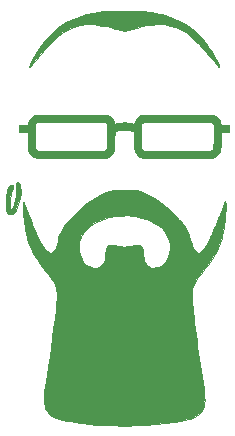
<source format=gbr>
%TF.GenerationSoftware,KiCad,Pcbnew,5.1.6-c6e7f7d~87~ubuntu20.04.1*%
%TF.CreationDate,2020-07-24T20:50:48-07:00*%
%TF.ProjectId,bcdc-keys,62636463-2d6b-4657-9973-2e6b69636164,rev?*%
%TF.SameCoordinates,Original*%
%TF.FileFunction,Soldermask,Bot*%
%TF.FilePolarity,Negative*%
%FSLAX46Y46*%
G04 Gerber Fmt 4.6, Leading zero omitted, Abs format (unit mm)*
G04 Created by KiCad (PCBNEW 5.1.6-c6e7f7d~87~ubuntu20.04.1) date 2020-07-24 20:50:48*
%MOMM*%
%LPD*%
G01*
G04 APERTURE LIST*
%ADD10C,0.010000*%
G04 APERTURE END LIST*
D10*
%TO.C,G\u002A\u002A\u002A*%
G36*
X52916Y17614984D02*
G01*
X-322908Y17614081D01*
X-638328Y17611405D01*
X-903479Y17606593D01*
X-1128497Y17599281D01*
X-1323519Y17589104D01*
X-1498682Y17575699D01*
X-1664122Y17558700D01*
X-1728611Y17550967D01*
X-2459764Y17439111D01*
X-3139792Y17292001D01*
X-3764733Y17110621D01*
X-4286250Y16914911D01*
X-4854627Y16636435D01*
X-5393351Y16293960D01*
X-5902382Y15887525D01*
X-6381679Y15417172D01*
X-6831202Y14882943D01*
X-7250908Y14284877D01*
X-7640758Y13623017D01*
X-7727193Y13459850D01*
X-7846174Y13223787D01*
X-7927057Y13047055D01*
X-7969740Y12929595D01*
X-7974123Y12871349D01*
X-7940106Y12872259D01*
X-7867586Y12932266D01*
X-7756465Y13051313D01*
X-7606641Y13229342D01*
X-7518340Y13339004D01*
X-7071303Y13883565D01*
X-6641859Y14371235D01*
X-6221766Y14810779D01*
X-5802784Y15210961D01*
X-5540455Y15442726D01*
X-5102188Y15779685D01*
X-4652638Y16047651D01*
X-4188375Y16247747D01*
X-3705965Y16381100D01*
X-3201979Y16448831D01*
X-2672984Y16452067D01*
X-2497603Y16439641D01*
X-2168063Y16401359D01*
X-1799089Y16343156D01*
X-1413879Y16269719D01*
X-1035634Y16185739D01*
X-687556Y16095904D01*
X-463239Y16028478D01*
X-274199Y15969876D01*
X-119994Y15932283D01*
X16860Y15916149D01*
X153842Y15921928D01*
X308435Y15950071D01*
X498118Y16001030D01*
X685759Y16058180D01*
X1112184Y16178701D01*
X1551698Y16280025D01*
X1991164Y16360336D01*
X2417446Y16417819D01*
X2817405Y16450657D01*
X3177905Y16457034D01*
X3447192Y16439876D01*
X3964395Y16345993D01*
X4462279Y16184395D01*
X4939595Y15955569D01*
X5336042Y15702982D01*
X5552742Y15534659D01*
X5802801Y15317623D01*
X6078094Y15060231D01*
X6370498Y14770843D01*
X6671888Y14457817D01*
X6974139Y14129511D01*
X7269128Y13794284D01*
X7548730Y13460495D01*
X7703336Y13267430D01*
X7816855Y13125669D01*
X7916458Y13006286D01*
X7993535Y12919224D01*
X8039478Y12874428D01*
X8046938Y12870555D01*
X8072597Y12900164D01*
X8078611Y12941816D01*
X8059331Y13027894D01*
X8004995Y13162754D01*
X7920859Y13337269D01*
X7812176Y13542316D01*
X7684202Y13768769D01*
X7542191Y14007502D01*
X7391400Y14249392D01*
X7237083Y14485313D01*
X7084495Y14706140D01*
X6981491Y14846897D01*
X6560699Y15358641D01*
X6111013Y15812200D01*
X5628525Y16209849D01*
X5109324Y16553864D01*
X4549504Y16846520D01*
X3945155Y17090095D01*
X3292368Y17286862D01*
X2587236Y17439099D01*
X2504722Y17453495D01*
X2249300Y17495600D01*
X2018054Y17529867D01*
X1799283Y17557066D01*
X1581289Y17577968D01*
X1352371Y17593343D01*
X1100829Y17603963D01*
X814965Y17610597D01*
X483076Y17614016D01*
X93465Y17614991D01*
X52916Y17614984D01*
G37*
X52916Y17614984D02*
X-322908Y17614081D01*
X-638328Y17611405D01*
X-903479Y17606593D01*
X-1128497Y17599281D01*
X-1323519Y17589104D01*
X-1498682Y17575699D01*
X-1664122Y17558700D01*
X-1728611Y17550967D01*
X-2459764Y17439111D01*
X-3139792Y17292001D01*
X-3764733Y17110621D01*
X-4286250Y16914911D01*
X-4854627Y16636435D01*
X-5393351Y16293960D01*
X-5902382Y15887525D01*
X-6381679Y15417172D01*
X-6831202Y14882943D01*
X-7250908Y14284877D01*
X-7640758Y13623017D01*
X-7727193Y13459850D01*
X-7846174Y13223787D01*
X-7927057Y13047055D01*
X-7969740Y12929595D01*
X-7974123Y12871349D01*
X-7940106Y12872259D01*
X-7867586Y12932266D01*
X-7756465Y13051313D01*
X-7606641Y13229342D01*
X-7518340Y13339004D01*
X-7071303Y13883565D01*
X-6641859Y14371235D01*
X-6221766Y14810779D01*
X-5802784Y15210961D01*
X-5540455Y15442726D01*
X-5102188Y15779685D01*
X-4652638Y16047651D01*
X-4188375Y16247747D01*
X-3705965Y16381100D01*
X-3201979Y16448831D01*
X-2672984Y16452067D01*
X-2497603Y16439641D01*
X-2168063Y16401359D01*
X-1799089Y16343156D01*
X-1413879Y16269719D01*
X-1035634Y16185739D01*
X-687556Y16095904D01*
X-463239Y16028478D01*
X-274199Y15969876D01*
X-119994Y15932283D01*
X16860Y15916149D01*
X153842Y15921928D01*
X308435Y15950071D01*
X498118Y16001030D01*
X685759Y16058180D01*
X1112184Y16178701D01*
X1551698Y16280025D01*
X1991164Y16360336D01*
X2417446Y16417819D01*
X2817405Y16450657D01*
X3177905Y16457034D01*
X3447192Y16439876D01*
X3964395Y16345993D01*
X4462279Y16184395D01*
X4939595Y15955569D01*
X5336042Y15702982D01*
X5552742Y15534659D01*
X5802801Y15317623D01*
X6078094Y15060231D01*
X6370498Y14770843D01*
X6671888Y14457817D01*
X6974139Y14129511D01*
X7269128Y13794284D01*
X7548730Y13460495D01*
X7703336Y13267430D01*
X7816855Y13125669D01*
X7916458Y13006286D01*
X7993535Y12919224D01*
X8039478Y12874428D01*
X8046938Y12870555D01*
X8072597Y12900164D01*
X8078611Y12941816D01*
X8059331Y13027894D01*
X8004995Y13162754D01*
X7920859Y13337269D01*
X7812176Y13542316D01*
X7684202Y13768769D01*
X7542191Y14007502D01*
X7391400Y14249392D01*
X7237083Y14485313D01*
X7084495Y14706140D01*
X6981491Y14846897D01*
X6560699Y15358641D01*
X6111013Y15812200D01*
X5628525Y16209849D01*
X5109324Y16553864D01*
X4549504Y16846520D01*
X3945155Y17090095D01*
X3292368Y17286862D01*
X2587236Y17439099D01*
X2504722Y17453495D01*
X2249300Y17495600D01*
X2018054Y17529867D01*
X1799283Y17557066D01*
X1581289Y17577968D01*
X1352371Y17593343D01*
X1100829Y17603963D01*
X814965Y17610597D01*
X483076Y17614016D01*
X93465Y17614991D01*
X52916Y17614984D01*
G36*
X-4973215Y8813583D02*
G01*
X-5432878Y8813425D01*
X-5831355Y8813027D01*
X-6173330Y8812277D01*
X-6463488Y8811065D01*
X-6706513Y8809281D01*
X-6907090Y8806813D01*
X-7069904Y8803551D01*
X-7199639Y8799384D01*
X-7300979Y8794202D01*
X-7378610Y8787894D01*
X-7437216Y8780349D01*
X-7481481Y8771456D01*
X-7516090Y8761105D01*
X-7545728Y8749185D01*
X-7565859Y8739927D01*
X-7758317Y8613916D01*
X-7921984Y8438216D01*
X-8039586Y8232748D01*
X-8064298Y8165142D01*
X-8126774Y7966944D01*
X-8819445Y7966944D01*
X-8819445Y7367222D01*
X-8118739Y7367222D01*
X-8107495Y6582291D01*
X-8102384Y6298272D01*
X-8094381Y6074446D01*
X-8080830Y5900449D01*
X-8059076Y5765919D01*
X-8026462Y5660493D01*
X-7980335Y5573809D01*
X-7918038Y5495504D01*
X-7836915Y5415215D01*
X-7799730Y5381242D01*
X-7752187Y5336950D01*
X-7710776Y5298102D01*
X-7670801Y5264345D01*
X-7627569Y5235323D01*
X-7576386Y5210679D01*
X-7512558Y5190058D01*
X-7431392Y5173105D01*
X-7328195Y5159465D01*
X-7198271Y5148780D01*
X-7036929Y5140697D01*
X-6839473Y5134858D01*
X-6601210Y5130910D01*
X-6317446Y5128495D01*
X-5983488Y5127259D01*
X-5594642Y5126845D01*
X-5146214Y5126899D01*
X-4633510Y5127065D01*
X-4445000Y5127083D01*
X-3921043Y5127107D01*
X-3462936Y5127256D01*
X-3065975Y5127642D01*
X-2725454Y5128379D01*
X-2436669Y5129581D01*
X-2194915Y5131360D01*
X-1995486Y5133830D01*
X-1833678Y5137105D01*
X-1704786Y5141298D01*
X-1604105Y5146522D01*
X-1526930Y5152890D01*
X-1468555Y5160517D01*
X-1424276Y5169515D01*
X-1389388Y5179998D01*
X-1359186Y5192079D01*
X-1337402Y5201968D01*
X-1138020Y5327148D01*
X-967103Y5497485D01*
X-862074Y5659658D01*
X-839282Y5712990D01*
X-821544Y5776427D01*
X-807923Y5860098D01*
X-797484Y5974133D01*
X-789290Y6128660D01*
X-782407Y6333809D01*
X-776111Y6590069D01*
X-758472Y7382776D01*
X-582084Y7452665D01*
X-428319Y7493667D01*
X-227095Y7519281D01*
X192Y7529503D01*
X232144Y7524333D01*
X447365Y7503767D01*
X624455Y7467804D01*
X670278Y7452783D01*
X864305Y7380358D01*
X883133Y6606498D01*
X890864Y6326655D01*
X900379Y6106776D01*
X914031Y5936268D01*
X934172Y5804542D01*
X963157Y5701008D01*
X1003337Y5615075D01*
X1057065Y5536152D01*
X1126694Y5453649D01*
X1143394Y5435058D01*
X1253464Y5336422D01*
X1389203Y5245098D01*
X1455503Y5210676D01*
X1640416Y5127083D01*
X4480278Y5121626D01*
X4925541Y5121151D01*
X5353147Y5121430D01*
X5757445Y5122416D01*
X6132784Y5124062D01*
X6473515Y5126319D01*
X6773987Y5129141D01*
X7028550Y5132480D01*
X7231553Y5136287D01*
X7377348Y5140516D01*
X7460283Y5145118D01*
X7473711Y5146867D01*
X7662012Y5208636D01*
X7843460Y5310006D01*
X7990351Y5434502D01*
X8023407Y5473727D01*
X8084848Y5558571D01*
X8131987Y5638842D01*
X8166703Y5725393D01*
X8190877Y5829076D01*
X8206386Y5960746D01*
X8215110Y6131256D01*
X8218927Y6351459D01*
X8219722Y6607617D01*
X8219722Y7367222D01*
X8960555Y7367222D01*
X8960555Y7966944D01*
X8228740Y7966944D01*
X8222231Y8007649D01*
X7620000Y8007649D01*
X7620000Y6989730D01*
X7619711Y6677541D01*
X7617892Y6428079D01*
X7613110Y6233518D01*
X7603933Y6086029D01*
X7588931Y5977784D01*
X7566670Y5900956D01*
X7535721Y5847717D01*
X7494651Y5810239D01*
X7442028Y5780695D01*
X7394988Y5759415D01*
X7337127Y5749468D01*
X7216051Y5740741D01*
X7038352Y5733213D01*
X6810625Y5726860D01*
X6539464Y5721659D01*
X6231462Y5717587D01*
X5893213Y5714621D01*
X5531311Y5712738D01*
X5152350Y5711915D01*
X4762924Y5712129D01*
X4369627Y5713358D01*
X3979052Y5715577D01*
X3597793Y5718765D01*
X3232444Y5722897D01*
X2889600Y5727952D01*
X2575853Y5733906D01*
X2297798Y5740736D01*
X2062029Y5748419D01*
X1875139Y5756932D01*
X1743722Y5766252D01*
X1674372Y5776357D01*
X1666865Y5779395D01*
X1613973Y5818622D01*
X1572033Y5863834D01*
X1539900Y5923083D01*
X1516426Y6004422D01*
X1500466Y6115905D01*
X1490873Y6265584D01*
X1486500Y6461513D01*
X1486202Y6711745D01*
X1488832Y7024333D01*
X1488890Y7029701D01*
X1499305Y7997706D01*
X1508836Y8007649D01*
X-1375834Y8007649D01*
X-1375834Y6986638D01*
X-1376040Y6690808D01*
X-1377020Y6457249D01*
X-1379316Y6277677D01*
X-1383468Y6143807D01*
X-1390019Y6047355D01*
X-1399509Y5980037D01*
X-1412480Y5933569D01*
X-1429474Y5899665D01*
X-1448608Y5873108D01*
X-1536466Y5795914D01*
X-1633817Y5748059D01*
X-1691472Y5741577D01*
X-1812916Y5735732D01*
X-1991387Y5730526D01*
X-2220122Y5725961D01*
X-2492357Y5722038D01*
X-2801329Y5718758D01*
X-3140275Y5716124D01*
X-3502432Y5714136D01*
X-3881037Y5712796D01*
X-4269326Y5712107D01*
X-4660538Y5712068D01*
X-5047908Y5712682D01*
X-5424673Y5713950D01*
X-5784071Y5715874D01*
X-6119338Y5718455D01*
X-6423711Y5721695D01*
X-6690428Y5725595D01*
X-6912724Y5730157D01*
X-7083837Y5735382D01*
X-7197004Y5741272D01*
X-7242599Y5746806D01*
X-7378173Y5816805D01*
X-7445314Y5896540D01*
X-7465791Y5934528D01*
X-7481754Y5979143D01*
X-7493761Y6039126D01*
X-7502370Y6123221D01*
X-7508140Y6240171D01*
X-7511629Y6398718D01*
X-7513395Y6607606D01*
X-7513997Y6875577D01*
X-7514035Y6972666D01*
X-7513601Y7274352D01*
X-7511477Y7513865D01*
X-7506570Y7699585D01*
X-7497784Y7839894D01*
X-7484025Y7943172D01*
X-7464199Y8017798D01*
X-7437212Y8072154D01*
X-7401969Y8114620D01*
X-7360107Y8151368D01*
X-7342780Y8162420D01*
X-7316828Y8172059D01*
X-7277632Y8180383D01*
X-7220572Y8187490D01*
X-7141027Y8193476D01*
X-7034378Y8198440D01*
X-6896004Y8202479D01*
X-6721285Y8205690D01*
X-6505601Y8208171D01*
X-6244333Y8210019D01*
X-5932860Y8211332D01*
X-5566561Y8212207D01*
X-5140818Y8212741D01*
X-4651009Y8213033D01*
X-4433467Y8213104D01*
X-1582073Y8213889D01*
X-1478953Y8110769D01*
X-1375834Y8007649D01*
X1508836Y8007649D01*
X1602919Y8105797D01*
X1706533Y8213889D01*
X7413761Y8213889D01*
X7516880Y8110769D01*
X7620000Y8007649D01*
X8222231Y8007649D01*
X8206882Y8103634D01*
X8152276Y8267738D01*
X8048346Y8437060D01*
X7910940Y8589785D01*
X7781533Y8689111D01*
X7607927Y8795972D01*
X4614432Y8805376D01*
X4086046Y8807016D01*
X3623534Y8808335D01*
X3222214Y8809234D01*
X2877405Y8809616D01*
X2584425Y8809385D01*
X2338594Y8808442D01*
X2135228Y8806690D01*
X1969648Y8804032D01*
X1837171Y8800370D01*
X1733116Y8795607D01*
X1652802Y8789645D01*
X1591547Y8782387D01*
X1544670Y8773735D01*
X1507489Y8763593D01*
X1475323Y8751862D01*
X1445764Y8739423D01*
X1289633Y8647410D01*
X1145545Y8518147D01*
X1026670Y8368190D01*
X946177Y8214096D01*
X917222Y8074886D01*
X912299Y8044855D01*
X887723Y8033329D01*
X828786Y8040448D01*
X720778Y8066353D01*
X679097Y8077160D01*
X420224Y8123406D01*
X122412Y8142012D01*
X-188529Y8133364D01*
X-486787Y8097848D01*
X-675405Y8056883D01*
X-737625Y8047600D01*
X-775312Y8073710D01*
X-807798Y8150650D01*
X-813208Y8166894D01*
X-923587Y8397483D01*
X-1085822Y8589892D01*
X-1289310Y8732857D01*
X-1386950Y8776362D01*
X-1442114Y8784093D01*
X-1564235Y8790914D01*
X-1753752Y8796829D01*
X-2011103Y8801844D01*
X-2336728Y8805963D01*
X-2731067Y8809193D01*
X-3194558Y8811538D01*
X-3727641Y8813004D01*
X-4330755Y8813597D01*
X-4447681Y8813611D01*
X-4973215Y8813583D01*
G37*
X-4973215Y8813583D02*
X-5432878Y8813425D01*
X-5831355Y8813027D01*
X-6173330Y8812277D01*
X-6463488Y8811065D01*
X-6706513Y8809281D01*
X-6907090Y8806813D01*
X-7069904Y8803551D01*
X-7199639Y8799384D01*
X-7300979Y8794202D01*
X-7378610Y8787894D01*
X-7437216Y8780349D01*
X-7481481Y8771456D01*
X-7516090Y8761105D01*
X-7545728Y8749185D01*
X-7565859Y8739927D01*
X-7758317Y8613916D01*
X-7921984Y8438216D01*
X-8039586Y8232748D01*
X-8064298Y8165142D01*
X-8126774Y7966944D01*
X-8819445Y7966944D01*
X-8819445Y7367222D01*
X-8118739Y7367222D01*
X-8107495Y6582291D01*
X-8102384Y6298272D01*
X-8094381Y6074446D01*
X-8080830Y5900449D01*
X-8059076Y5765919D01*
X-8026462Y5660493D01*
X-7980335Y5573809D01*
X-7918038Y5495504D01*
X-7836915Y5415215D01*
X-7799730Y5381242D01*
X-7752187Y5336950D01*
X-7710776Y5298102D01*
X-7670801Y5264345D01*
X-7627569Y5235323D01*
X-7576386Y5210679D01*
X-7512558Y5190058D01*
X-7431392Y5173105D01*
X-7328195Y5159465D01*
X-7198271Y5148780D01*
X-7036929Y5140697D01*
X-6839473Y5134858D01*
X-6601210Y5130910D01*
X-6317446Y5128495D01*
X-5983488Y5127259D01*
X-5594642Y5126845D01*
X-5146214Y5126899D01*
X-4633510Y5127065D01*
X-4445000Y5127083D01*
X-3921043Y5127107D01*
X-3462936Y5127256D01*
X-3065975Y5127642D01*
X-2725454Y5128379D01*
X-2436669Y5129581D01*
X-2194915Y5131360D01*
X-1995486Y5133830D01*
X-1833678Y5137105D01*
X-1704786Y5141298D01*
X-1604105Y5146522D01*
X-1526930Y5152890D01*
X-1468555Y5160517D01*
X-1424276Y5169515D01*
X-1389388Y5179998D01*
X-1359186Y5192079D01*
X-1337402Y5201968D01*
X-1138020Y5327148D01*
X-967103Y5497485D01*
X-862074Y5659658D01*
X-839282Y5712990D01*
X-821544Y5776427D01*
X-807923Y5860098D01*
X-797484Y5974133D01*
X-789290Y6128660D01*
X-782407Y6333809D01*
X-776111Y6590069D01*
X-758472Y7382776D01*
X-582084Y7452665D01*
X-428319Y7493667D01*
X-227095Y7519281D01*
X192Y7529503D01*
X232144Y7524333D01*
X447365Y7503767D01*
X624455Y7467804D01*
X670278Y7452783D01*
X864305Y7380358D01*
X883133Y6606498D01*
X890864Y6326655D01*
X900379Y6106776D01*
X914031Y5936268D01*
X934172Y5804542D01*
X963157Y5701008D01*
X1003337Y5615075D01*
X1057065Y5536152D01*
X1126694Y5453649D01*
X1143394Y5435058D01*
X1253464Y5336422D01*
X1389203Y5245098D01*
X1455503Y5210676D01*
X1640416Y5127083D01*
X4480278Y5121626D01*
X4925541Y5121151D01*
X5353147Y5121430D01*
X5757445Y5122416D01*
X6132784Y5124062D01*
X6473515Y5126319D01*
X6773987Y5129141D01*
X7028550Y5132480D01*
X7231553Y5136287D01*
X7377348Y5140516D01*
X7460283Y5145118D01*
X7473711Y5146867D01*
X7662012Y5208636D01*
X7843460Y5310006D01*
X7990351Y5434502D01*
X8023407Y5473727D01*
X8084848Y5558571D01*
X8131987Y5638842D01*
X8166703Y5725393D01*
X8190877Y5829076D01*
X8206386Y5960746D01*
X8215110Y6131256D01*
X8218927Y6351459D01*
X8219722Y6607617D01*
X8219722Y7367222D01*
X8960555Y7367222D01*
X8960555Y7966944D01*
X8228740Y7966944D01*
X8222231Y8007649D01*
X7620000Y8007649D01*
X7620000Y6989730D01*
X7619711Y6677541D01*
X7617892Y6428079D01*
X7613110Y6233518D01*
X7603933Y6086029D01*
X7588931Y5977784D01*
X7566670Y5900956D01*
X7535721Y5847717D01*
X7494651Y5810239D01*
X7442028Y5780695D01*
X7394988Y5759415D01*
X7337127Y5749468D01*
X7216051Y5740741D01*
X7038352Y5733213D01*
X6810625Y5726860D01*
X6539464Y5721659D01*
X6231462Y5717587D01*
X5893213Y5714621D01*
X5531311Y5712738D01*
X5152350Y5711915D01*
X4762924Y5712129D01*
X4369627Y5713358D01*
X3979052Y5715577D01*
X3597793Y5718765D01*
X3232444Y5722897D01*
X2889600Y5727952D01*
X2575853Y5733906D01*
X2297798Y5740736D01*
X2062029Y5748419D01*
X1875139Y5756932D01*
X1743722Y5766252D01*
X1674372Y5776357D01*
X1666865Y5779395D01*
X1613973Y5818622D01*
X1572033Y5863834D01*
X1539900Y5923083D01*
X1516426Y6004422D01*
X1500466Y6115905D01*
X1490873Y6265584D01*
X1486500Y6461513D01*
X1486202Y6711745D01*
X1488832Y7024333D01*
X1488890Y7029701D01*
X1499305Y7997706D01*
X1508836Y8007649D01*
X-1375834Y8007649D01*
X-1375834Y6986638D01*
X-1376040Y6690808D01*
X-1377020Y6457249D01*
X-1379316Y6277677D01*
X-1383468Y6143807D01*
X-1390019Y6047355D01*
X-1399509Y5980037D01*
X-1412480Y5933569D01*
X-1429474Y5899665D01*
X-1448608Y5873108D01*
X-1536466Y5795914D01*
X-1633817Y5748059D01*
X-1691472Y5741577D01*
X-1812916Y5735732D01*
X-1991387Y5730526D01*
X-2220122Y5725961D01*
X-2492357Y5722038D01*
X-2801329Y5718758D01*
X-3140275Y5716124D01*
X-3502432Y5714136D01*
X-3881037Y5712796D01*
X-4269326Y5712107D01*
X-4660538Y5712068D01*
X-5047908Y5712682D01*
X-5424673Y5713950D01*
X-5784071Y5715874D01*
X-6119338Y5718455D01*
X-6423711Y5721695D01*
X-6690428Y5725595D01*
X-6912724Y5730157D01*
X-7083837Y5735382D01*
X-7197004Y5741272D01*
X-7242599Y5746806D01*
X-7378173Y5816805D01*
X-7445314Y5896540D01*
X-7465791Y5934528D01*
X-7481754Y5979143D01*
X-7493761Y6039126D01*
X-7502370Y6123221D01*
X-7508140Y6240171D01*
X-7511629Y6398718D01*
X-7513395Y6607606D01*
X-7513997Y6875577D01*
X-7514035Y6972666D01*
X-7513601Y7274352D01*
X-7511477Y7513865D01*
X-7506570Y7699585D01*
X-7497784Y7839894D01*
X-7484025Y7943172D01*
X-7464199Y8017798D01*
X-7437212Y8072154D01*
X-7401969Y8114620D01*
X-7360107Y8151368D01*
X-7342780Y8162420D01*
X-7316828Y8172059D01*
X-7277632Y8180383D01*
X-7220572Y8187490D01*
X-7141027Y8193476D01*
X-7034378Y8198440D01*
X-6896004Y8202479D01*
X-6721285Y8205690D01*
X-6505601Y8208171D01*
X-6244333Y8210019D01*
X-5932860Y8211332D01*
X-5566561Y8212207D01*
X-5140818Y8212741D01*
X-4651009Y8213033D01*
X-4433467Y8213104D01*
X-1582073Y8213889D01*
X-1478953Y8110769D01*
X-1375834Y8007649D01*
X1508836Y8007649D01*
X1602919Y8105797D01*
X1706533Y8213889D01*
X7413761Y8213889D01*
X7516880Y8110769D01*
X7620000Y8007649D01*
X8222231Y8007649D01*
X8206882Y8103634D01*
X8152276Y8267738D01*
X8048346Y8437060D01*
X7910940Y8589785D01*
X7781533Y8689111D01*
X7607927Y8795972D01*
X4614432Y8805376D01*
X4086046Y8807016D01*
X3623534Y8808335D01*
X3222214Y8809234D01*
X2877405Y8809616D01*
X2584425Y8809385D01*
X2338594Y8808442D01*
X2135228Y8806690D01*
X1969648Y8804032D01*
X1837171Y8800370D01*
X1733116Y8795607D01*
X1652802Y8789645D01*
X1591547Y8782387D01*
X1544670Y8773735D01*
X1507489Y8763593D01*
X1475323Y8751862D01*
X1445764Y8739423D01*
X1289633Y8647410D01*
X1145545Y8518147D01*
X1026670Y8368190D01*
X946177Y8214096D01*
X917222Y8074886D01*
X912299Y8044855D01*
X887723Y8033329D01*
X828786Y8040448D01*
X720778Y8066353D01*
X679097Y8077160D01*
X420224Y8123406D01*
X122412Y8142012D01*
X-188529Y8133364D01*
X-486787Y8097848D01*
X-675405Y8056883D01*
X-737625Y8047600D01*
X-775312Y8073710D01*
X-807798Y8150650D01*
X-813208Y8166894D01*
X-923587Y8397483D01*
X-1085822Y8589892D01*
X-1289310Y8732857D01*
X-1386950Y8776362D01*
X-1442114Y8784093D01*
X-1564235Y8790914D01*
X-1753752Y8796829D01*
X-2011103Y8801844D01*
X-2336728Y8805963D01*
X-2731067Y8809193D01*
X-3194558Y8811538D01*
X-3727641Y8813004D01*
X-4330755Y8813597D01*
X-4447681Y8813611D01*
X-4973215Y8813583D01*
G36*
X-9023469Y3075553D02*
G01*
X-9092496Y3031734D01*
X-9124280Y2942215D01*
X-9120045Y2800826D01*
X-9100402Y2686983D01*
X-9075893Y2468533D01*
X-9080211Y2203910D01*
X-9112027Y1910722D01*
X-9170007Y1606580D01*
X-9187608Y1534145D01*
X-9236754Y1364987D01*
X-9297827Y1190936D01*
X-9364287Y1027234D01*
X-9429589Y889127D01*
X-9487193Y791857D01*
X-9522303Y754306D01*
X-9554798Y767103D01*
X-9584393Y838340D01*
X-9608574Y955905D01*
X-9624826Y1107684D01*
X-9630637Y1276264D01*
X-9619280Y1484572D01*
X-9588142Y1728725D01*
X-9542010Y1982700D01*
X-9485670Y2220473D01*
X-9423910Y2416022D01*
X-9418335Y2430444D01*
X-9360884Y2615033D01*
X-9353555Y2750096D01*
X-9396348Y2835576D01*
X-9420499Y2852380D01*
X-9513625Y2873819D01*
X-9600890Y2833552D01*
X-9683611Y2729628D01*
X-9763102Y2560096D01*
X-9840678Y2323003D01*
X-9881847Y2167758D01*
X-9923157Y1959392D01*
X-9953598Y1719975D01*
X-9972506Y1467421D01*
X-9979217Y1219641D01*
X-9973065Y994550D01*
X-9953387Y810061D01*
X-9935263Y727856D01*
X-9858589Y546392D01*
X-9754451Y422773D01*
X-9629123Y360192D01*
X-9488878Y361841D01*
X-9345009Y427502D01*
X-9219090Y546930D01*
X-9099579Y726020D01*
X-8990008Y953936D01*
X-8893906Y1219843D01*
X-8814805Y1512907D01*
X-8756234Y1822291D01*
X-8721724Y2137161D01*
X-8713753Y2364861D01*
X-8725549Y2636104D01*
X-8760987Y2844116D01*
X-8819666Y2987979D01*
X-8901187Y3066776D01*
X-9005150Y3079590D01*
X-9023469Y3075553D01*
G37*
X-9023469Y3075553D02*
X-9092496Y3031734D01*
X-9124280Y2942215D01*
X-9120045Y2800826D01*
X-9100402Y2686983D01*
X-9075893Y2468533D01*
X-9080211Y2203910D01*
X-9112027Y1910722D01*
X-9170007Y1606580D01*
X-9187608Y1534145D01*
X-9236754Y1364987D01*
X-9297827Y1190936D01*
X-9364287Y1027234D01*
X-9429589Y889127D01*
X-9487193Y791857D01*
X-9522303Y754306D01*
X-9554798Y767103D01*
X-9584393Y838340D01*
X-9608574Y955905D01*
X-9624826Y1107684D01*
X-9630637Y1276264D01*
X-9619280Y1484572D01*
X-9588142Y1728725D01*
X-9542010Y1982700D01*
X-9485670Y2220473D01*
X-9423910Y2416022D01*
X-9418335Y2430444D01*
X-9360884Y2615033D01*
X-9353555Y2750096D01*
X-9396348Y2835576D01*
X-9420499Y2852380D01*
X-9513625Y2873819D01*
X-9600890Y2833552D01*
X-9683611Y2729628D01*
X-9763102Y2560096D01*
X-9840678Y2323003D01*
X-9881847Y2167758D01*
X-9923157Y1959392D01*
X-9953598Y1719975D01*
X-9972506Y1467421D01*
X-9979217Y1219641D01*
X-9973065Y994550D01*
X-9953387Y810061D01*
X-9935263Y727856D01*
X-9858589Y546392D01*
X-9754451Y422773D01*
X-9629123Y360192D01*
X-9488878Y361841D01*
X-9345009Y427502D01*
X-9219090Y546930D01*
X-9099579Y726020D01*
X-8990008Y953936D01*
X-8893906Y1219843D01*
X-8814805Y1512907D01*
X-8756234Y1822291D01*
X-8721724Y2137161D01*
X-8713753Y2364861D01*
X-8725549Y2636104D01*
X-8760987Y2844116D01*
X-8819666Y2987979D01*
X-8901187Y3066776D01*
X-9005150Y3079590D01*
X-9023469Y3075553D01*
G36*
X-105834Y2452795D02*
G01*
X-505342Y2431690D01*
X-854697Y2391406D01*
X-1172740Y2327525D01*
X-1478311Y2235629D01*
X-1790252Y2111299D01*
X-2019598Y2004025D01*
X-2445774Y1770642D01*
X-2875373Y1486309D01*
X-3313480Y1147103D01*
X-3765177Y749096D01*
X-4217276Y307062D01*
X-4389276Y128608D01*
X-4557185Y-50566D01*
X-4709918Y-218264D01*
X-4836390Y-362288D01*
X-4925515Y-470438D01*
X-4934428Y-482084D01*
X-5128980Y-774527D01*
X-5299417Y-1098225D01*
X-5433627Y-1427826D01*
X-5507420Y-1681528D01*
X-5589083Y-2008607D01*
X-5670341Y-2272195D01*
X-5754633Y-2479252D01*
X-5845398Y-2636739D01*
X-5946074Y-2751614D01*
X-6060100Y-2830838D01*
X-6080166Y-2840839D01*
X-6172946Y-2877480D01*
X-6245390Y-2878399D01*
X-6322218Y-2851660D01*
X-6478654Y-2753055D01*
X-6645713Y-2585180D01*
X-6823159Y-2348482D01*
X-7010753Y-2043407D01*
X-7208260Y-1670400D01*
X-7415442Y-1229906D01*
X-7632062Y-722373D01*
X-7857884Y-148244D01*
X-8078697Y452778D01*
X-8155899Y664809D01*
X-8232864Y868241D01*
X-8303628Y1047872D01*
X-8362227Y1188503D01*
X-8397072Y1264166D01*
X-8451216Y1369075D01*
X-8482926Y1417919D01*
X-8501557Y1417626D01*
X-8516460Y1375122D01*
X-8521341Y1356198D01*
X-8535343Y1245269D01*
X-8538254Y1075106D01*
X-8531070Y855987D01*
X-8514782Y598190D01*
X-8490385Y311994D01*
X-8458872Y7677D01*
X-8421236Y-304482D01*
X-8378471Y-614205D01*
X-8331570Y-911213D01*
X-8281526Y-1185229D01*
X-8270368Y-1240556D01*
X-8179139Y-1630174D01*
X-8068025Y-1998801D01*
X-7932277Y-2355560D01*
X-7767147Y-2709576D01*
X-7567885Y-3069973D01*
X-7329743Y-3445874D01*
X-7047971Y-3846405D01*
X-6717821Y-4280689D01*
X-6630274Y-4391691D01*
X-6393148Y-4692878D01*
X-6193855Y-4955428D01*
X-6029879Y-5188859D01*
X-5898708Y-5402690D01*
X-5797828Y-5606440D01*
X-5724726Y-5809630D01*
X-5676889Y-6021777D01*
X-5651803Y-6252401D01*
X-5646954Y-6511021D01*
X-5659831Y-6807157D01*
X-5687918Y-7150328D01*
X-5728704Y-7550052D01*
X-5748422Y-7731667D01*
X-5835231Y-8495956D01*
X-5931985Y-9296364D01*
X-6036526Y-10116976D01*
X-6146694Y-10941877D01*
X-6260330Y-11755152D01*
X-6375274Y-12540886D01*
X-6489368Y-13283164D01*
X-6566877Y-13764167D01*
X-6639932Y-14239245D01*
X-6691665Y-14653473D01*
X-6721669Y-15013384D01*
X-6729537Y-15325511D01*
X-6714863Y-15596389D01*
X-6677240Y-15832551D01*
X-6616260Y-16040531D01*
X-6531518Y-16226863D01*
X-6422606Y-16398079D01*
X-6401107Y-16426876D01*
X-6274913Y-16556133D01*
X-6101084Y-16685207D01*
X-5901235Y-16800384D01*
X-5696978Y-16887952D01*
X-5650497Y-16903096D01*
X-5423764Y-16964810D01*
X-5140180Y-17030709D01*
X-4813143Y-17098429D01*
X-4456053Y-17165605D01*
X-4082309Y-17229875D01*
X-3705311Y-17288875D01*
X-3338457Y-17340241D01*
X-2995147Y-17381609D01*
X-2857500Y-17395793D01*
X-2398471Y-17433894D01*
X-1884821Y-17465368D01*
X-1332198Y-17489934D01*
X-756250Y-17507314D01*
X-172626Y-17517228D01*
X403027Y-17519398D01*
X955059Y-17513545D01*
X1467824Y-17499389D01*
X1869722Y-17480107D01*
X2697603Y-17418687D01*
X3480227Y-17336467D01*
X4211980Y-17234243D01*
X4887243Y-17112813D01*
X5500399Y-16972971D01*
X5564061Y-16956434D01*
X5901744Y-16847898D01*
X6178000Y-16714589D01*
X6398825Y-16552527D01*
X6570215Y-16357731D01*
X6642938Y-16240075D01*
X6730890Y-16051969D01*
X6795780Y-15848560D01*
X6837809Y-15622497D01*
X6857180Y-15366425D01*
X6854094Y-15072991D01*
X6828752Y-14734842D01*
X6781357Y-14344624D01*
X6712110Y-13894985D01*
X6707942Y-13870000D01*
X6633239Y-13413503D01*
X6557498Y-12931390D01*
X6481410Y-12429235D01*
X6405663Y-11912609D01*
X6330948Y-11387086D01*
X6257953Y-10858239D01*
X6187367Y-10331640D01*
X6119880Y-9812863D01*
X6056182Y-9307479D01*
X5996962Y-8821062D01*
X5942909Y-8359184D01*
X5894712Y-7927418D01*
X5853061Y-7531338D01*
X5818645Y-7176515D01*
X5792153Y-6868523D01*
X5774276Y-6612935D01*
X5765701Y-6415322D01*
X5767120Y-6281259D01*
X5767910Y-6270698D01*
X5826512Y-5894111D01*
X5939094Y-5550771D01*
X6111233Y-5227396D01*
X6329863Y-4932696D01*
X6517228Y-4704221D01*
X6721639Y-4445349D01*
X6930754Y-4172441D01*
X7132235Y-3901857D01*
X7313743Y-3649960D01*
X7462937Y-3433111D01*
X7478137Y-3410139D01*
X7758826Y-2952990D01*
X7985885Y-2511674D01*
X8167334Y-2067704D01*
X8311190Y-1602595D01*
X8374390Y-1343615D01*
X8428005Y-1079471D01*
X8478893Y-781721D01*
X8525756Y-462756D01*
X8567295Y-134965D01*
X8602212Y189260D01*
X8629208Y497531D01*
X8646986Y777457D01*
X8654247Y1016649D01*
X8649692Y1202715D01*
X8645805Y1246528D01*
X8622441Y1458194D01*
X8505185Y1211250D01*
X8461384Y1112712D01*
X8397108Y959591D01*
X8316948Y763256D01*
X8225500Y535074D01*
X8127357Y286415D01*
X8027112Y28646D01*
X8023097Y18238D01*
X7916014Y-256794D01*
X7804442Y-538652D01*
X7694451Y-812335D01*
X7592108Y-1062847D01*
X7503481Y-1275189D01*
X7443174Y-1415125D01*
X7268166Y-1787582D01*
X7093602Y-2112547D01*
X6922462Y-2385624D01*
X6757726Y-2602418D01*
X6602373Y-2758533D01*
X6475724Y-2842262D01*
X6384068Y-2878139D01*
X6311617Y-2877861D01*
X6236671Y-2851066D01*
X6096202Y-2765764D01*
X5974406Y-2635031D01*
X5928200Y-2555934D01*
X3903009Y-2555934D01*
X3843984Y-2931686D01*
X3735655Y-3281317D01*
X3592146Y-3570524D01*
X3412156Y-3800771D01*
X3194380Y-3973523D01*
X2937517Y-4090247D01*
X2777430Y-4131426D01*
X2534551Y-4161364D01*
X2333517Y-4145062D01*
X2202892Y-4102073D01*
X2051617Y-4003034D01*
X1909047Y-3856190D01*
X1794217Y-3683532D01*
X1745454Y-3573595D01*
X1719900Y-3471891D01*
X1694670Y-3321283D01*
X1672925Y-3143366D01*
X1659544Y-2986806D01*
X1642353Y-2767867D01*
X1622065Y-2606668D01*
X1594932Y-2490393D01*
X1557208Y-2406230D01*
X1505144Y-2341364D01*
X1459054Y-2301280D01*
X1404732Y-2264220D01*
X1345722Y-2242588D01*
X1263709Y-2233634D01*
X1140377Y-2234609D01*
X1041906Y-2238679D01*
X862589Y-2253200D01*
X676600Y-2278210D01*
X519025Y-2308808D01*
X493889Y-2315200D01*
X295581Y-2349776D01*
X63152Y-2361446D01*
X-176052Y-2351055D01*
X-394689Y-2319447D01*
X-524783Y-2283752D01*
X-659380Y-2251688D01*
X-837306Y-2232428D01*
X-969817Y-2228334D01*
X-1144304Y-2234850D01*
X-1276509Y-2260149D01*
X-1372980Y-2312854D01*
X-1440267Y-2401587D01*
X-1484918Y-2534974D01*
X-1513484Y-2721636D01*
X-1532454Y-2969167D01*
X-1557042Y-3243473D01*
X-1597984Y-3463919D01*
X-1659671Y-3646178D01*
X-1746493Y-3805923D01*
X-1780656Y-3855335D01*
X-1929243Y-4015862D01*
X-2102021Y-4116745D01*
X-2305788Y-4160116D01*
X-2547341Y-4148107D01*
X-2652917Y-4128946D01*
X-2940241Y-4035136D01*
X-3189046Y-3886214D01*
X-3392811Y-3687174D01*
X-3543175Y-3446925D01*
X-3685004Y-3071798D01*
X-3763604Y-2685856D01*
X-3778878Y-2298566D01*
X-3730729Y-1919397D01*
X-3619060Y-1557816D01*
X-3563687Y-1434584D01*
X-3374136Y-1125302D01*
X-3124177Y-840861D01*
X-2820256Y-583550D01*
X-2468820Y-355660D01*
X-2076316Y-159482D01*
X-1649191Y2693D01*
X-1193893Y128574D01*
X-716867Y215871D01*
X-224561Y262293D01*
X276578Y265548D01*
X780104Y223347D01*
X1005416Y188975D01*
X1464959Y87898D01*
X1910369Y-50144D01*
X2326675Y-219333D01*
X2698903Y-413851D01*
X2910051Y-551064D01*
X3229674Y-818050D01*
X3490173Y-1118343D01*
X3689651Y-1447109D01*
X3826213Y-1799518D01*
X3897965Y-2170737D01*
X3903009Y-2555934D01*
X5928200Y-2555934D01*
X5868111Y-2453075D01*
X5774146Y-2214103D01*
X5689339Y-1912322D01*
X5664681Y-1806315D01*
X5548889Y-1408464D01*
X5384185Y-1016057D01*
X5181572Y-653118D01*
X5050157Y-464445D01*
X4972599Y-370065D01*
X4855345Y-237203D01*
X4708743Y-77110D01*
X4543142Y98963D01*
X4368892Y279763D01*
X4316475Y333245D01*
X3893922Y746426D01*
X3493868Y1102948D01*
X3107619Y1409434D01*
X2726480Y1672510D01*
X2341756Y1898801D01*
X2099028Y2022849D01*
X1733487Y2183962D01*
X1380189Y2304663D01*
X1022593Y2388175D01*
X644157Y2437726D01*
X228341Y2456540D01*
X-105834Y2452795D01*
G37*
X-105834Y2452795D02*
X-505342Y2431690D01*
X-854697Y2391406D01*
X-1172740Y2327525D01*
X-1478311Y2235629D01*
X-1790252Y2111299D01*
X-2019598Y2004025D01*
X-2445774Y1770642D01*
X-2875373Y1486309D01*
X-3313480Y1147103D01*
X-3765177Y749096D01*
X-4217276Y307062D01*
X-4389276Y128608D01*
X-4557185Y-50566D01*
X-4709918Y-218264D01*
X-4836390Y-362288D01*
X-4925515Y-470438D01*
X-4934428Y-482084D01*
X-5128980Y-774527D01*
X-5299417Y-1098225D01*
X-5433627Y-1427826D01*
X-5507420Y-1681528D01*
X-5589083Y-2008607D01*
X-5670341Y-2272195D01*
X-5754633Y-2479252D01*
X-5845398Y-2636739D01*
X-5946074Y-2751614D01*
X-6060100Y-2830838D01*
X-6080166Y-2840839D01*
X-6172946Y-2877480D01*
X-6245390Y-2878399D01*
X-6322218Y-2851660D01*
X-6478654Y-2753055D01*
X-6645713Y-2585180D01*
X-6823159Y-2348482D01*
X-7010753Y-2043407D01*
X-7208260Y-1670400D01*
X-7415442Y-1229906D01*
X-7632062Y-722373D01*
X-7857884Y-148244D01*
X-8078697Y452778D01*
X-8155899Y664809D01*
X-8232864Y868241D01*
X-8303628Y1047872D01*
X-8362227Y1188503D01*
X-8397072Y1264166D01*
X-8451216Y1369075D01*
X-8482926Y1417919D01*
X-8501557Y1417626D01*
X-8516460Y1375122D01*
X-8521341Y1356198D01*
X-8535343Y1245269D01*
X-8538254Y1075106D01*
X-8531070Y855987D01*
X-8514782Y598190D01*
X-8490385Y311994D01*
X-8458872Y7677D01*
X-8421236Y-304482D01*
X-8378471Y-614205D01*
X-8331570Y-911213D01*
X-8281526Y-1185229D01*
X-8270368Y-1240556D01*
X-8179139Y-1630174D01*
X-8068025Y-1998801D01*
X-7932277Y-2355560D01*
X-7767147Y-2709576D01*
X-7567885Y-3069973D01*
X-7329743Y-3445874D01*
X-7047971Y-3846405D01*
X-6717821Y-4280689D01*
X-6630274Y-4391691D01*
X-6393148Y-4692878D01*
X-6193855Y-4955428D01*
X-6029879Y-5188859D01*
X-5898708Y-5402690D01*
X-5797828Y-5606440D01*
X-5724726Y-5809630D01*
X-5676889Y-6021777D01*
X-5651803Y-6252401D01*
X-5646954Y-6511021D01*
X-5659831Y-6807157D01*
X-5687918Y-7150328D01*
X-5728704Y-7550052D01*
X-5748422Y-7731667D01*
X-5835231Y-8495956D01*
X-5931985Y-9296364D01*
X-6036526Y-10116976D01*
X-6146694Y-10941877D01*
X-6260330Y-11755152D01*
X-6375274Y-12540886D01*
X-6489368Y-13283164D01*
X-6566877Y-13764167D01*
X-6639932Y-14239245D01*
X-6691665Y-14653473D01*
X-6721669Y-15013384D01*
X-6729537Y-15325511D01*
X-6714863Y-15596389D01*
X-6677240Y-15832551D01*
X-6616260Y-16040531D01*
X-6531518Y-16226863D01*
X-6422606Y-16398079D01*
X-6401107Y-16426876D01*
X-6274913Y-16556133D01*
X-6101084Y-16685207D01*
X-5901235Y-16800384D01*
X-5696978Y-16887952D01*
X-5650497Y-16903096D01*
X-5423764Y-16964810D01*
X-5140180Y-17030709D01*
X-4813143Y-17098429D01*
X-4456053Y-17165605D01*
X-4082309Y-17229875D01*
X-3705311Y-17288875D01*
X-3338457Y-17340241D01*
X-2995147Y-17381609D01*
X-2857500Y-17395793D01*
X-2398471Y-17433894D01*
X-1884821Y-17465368D01*
X-1332198Y-17489934D01*
X-756250Y-17507314D01*
X-172626Y-17517228D01*
X403027Y-17519398D01*
X955059Y-17513545D01*
X1467824Y-17499389D01*
X1869722Y-17480107D01*
X2697603Y-17418687D01*
X3480227Y-17336467D01*
X4211980Y-17234243D01*
X4887243Y-17112813D01*
X5500399Y-16972971D01*
X5564061Y-16956434D01*
X5901744Y-16847898D01*
X6178000Y-16714589D01*
X6398825Y-16552527D01*
X6570215Y-16357731D01*
X6642938Y-16240075D01*
X6730890Y-16051969D01*
X6795780Y-15848560D01*
X6837809Y-15622497D01*
X6857180Y-15366425D01*
X6854094Y-15072991D01*
X6828752Y-14734842D01*
X6781357Y-14344624D01*
X6712110Y-13894985D01*
X6707942Y-13870000D01*
X6633239Y-13413503D01*
X6557498Y-12931390D01*
X6481410Y-12429235D01*
X6405663Y-11912609D01*
X6330948Y-11387086D01*
X6257953Y-10858239D01*
X6187367Y-10331640D01*
X6119880Y-9812863D01*
X6056182Y-9307479D01*
X5996962Y-8821062D01*
X5942909Y-8359184D01*
X5894712Y-7927418D01*
X5853061Y-7531338D01*
X5818645Y-7176515D01*
X5792153Y-6868523D01*
X5774276Y-6612935D01*
X5765701Y-6415322D01*
X5767120Y-6281259D01*
X5767910Y-6270698D01*
X5826512Y-5894111D01*
X5939094Y-5550771D01*
X6111233Y-5227396D01*
X6329863Y-4932696D01*
X6517228Y-4704221D01*
X6721639Y-4445349D01*
X6930754Y-4172441D01*
X7132235Y-3901857D01*
X7313743Y-3649960D01*
X7462937Y-3433111D01*
X7478137Y-3410139D01*
X7758826Y-2952990D01*
X7985885Y-2511674D01*
X8167334Y-2067704D01*
X8311190Y-1602595D01*
X8374390Y-1343615D01*
X8428005Y-1079471D01*
X8478893Y-781721D01*
X8525756Y-462756D01*
X8567295Y-134965D01*
X8602212Y189260D01*
X8629208Y497531D01*
X8646986Y777457D01*
X8654247Y1016649D01*
X8649692Y1202715D01*
X8645805Y1246528D01*
X8622441Y1458194D01*
X8505185Y1211250D01*
X8461384Y1112712D01*
X8397108Y959591D01*
X8316948Y763256D01*
X8225500Y535074D01*
X8127357Y286415D01*
X8027112Y28646D01*
X8023097Y18238D01*
X7916014Y-256794D01*
X7804442Y-538652D01*
X7694451Y-812335D01*
X7592108Y-1062847D01*
X7503481Y-1275189D01*
X7443174Y-1415125D01*
X7268166Y-1787582D01*
X7093602Y-2112547D01*
X6922462Y-2385624D01*
X6757726Y-2602418D01*
X6602373Y-2758533D01*
X6475724Y-2842262D01*
X6384068Y-2878139D01*
X6311617Y-2877861D01*
X6236671Y-2851066D01*
X6096202Y-2765764D01*
X5974406Y-2635031D01*
X5928200Y-2555934D01*
X3903009Y-2555934D01*
X3843984Y-2931686D01*
X3735655Y-3281317D01*
X3592146Y-3570524D01*
X3412156Y-3800771D01*
X3194380Y-3973523D01*
X2937517Y-4090247D01*
X2777430Y-4131426D01*
X2534551Y-4161364D01*
X2333517Y-4145062D01*
X2202892Y-4102073D01*
X2051617Y-4003034D01*
X1909047Y-3856190D01*
X1794217Y-3683532D01*
X1745454Y-3573595D01*
X1719900Y-3471891D01*
X1694670Y-3321283D01*
X1672925Y-3143366D01*
X1659544Y-2986806D01*
X1642353Y-2767867D01*
X1622065Y-2606668D01*
X1594932Y-2490393D01*
X1557208Y-2406230D01*
X1505144Y-2341364D01*
X1459054Y-2301280D01*
X1404732Y-2264220D01*
X1345722Y-2242588D01*
X1263709Y-2233634D01*
X1140377Y-2234609D01*
X1041906Y-2238679D01*
X862589Y-2253200D01*
X676600Y-2278210D01*
X519025Y-2308808D01*
X493889Y-2315200D01*
X295581Y-2349776D01*
X63152Y-2361446D01*
X-176052Y-2351055D01*
X-394689Y-2319447D01*
X-524783Y-2283752D01*
X-659380Y-2251688D01*
X-837306Y-2232428D01*
X-969817Y-2228334D01*
X-1144304Y-2234850D01*
X-1276509Y-2260149D01*
X-1372980Y-2312854D01*
X-1440267Y-2401587D01*
X-1484918Y-2534974D01*
X-1513484Y-2721636D01*
X-1532454Y-2969167D01*
X-1557042Y-3243473D01*
X-1597984Y-3463919D01*
X-1659671Y-3646178D01*
X-1746493Y-3805923D01*
X-1780656Y-3855335D01*
X-1929243Y-4015862D01*
X-2102021Y-4116745D01*
X-2305788Y-4160116D01*
X-2547341Y-4148107D01*
X-2652917Y-4128946D01*
X-2940241Y-4035136D01*
X-3189046Y-3886214D01*
X-3392811Y-3687174D01*
X-3543175Y-3446925D01*
X-3685004Y-3071798D01*
X-3763604Y-2685856D01*
X-3778878Y-2298566D01*
X-3730729Y-1919397D01*
X-3619060Y-1557816D01*
X-3563687Y-1434584D01*
X-3374136Y-1125302D01*
X-3124177Y-840861D01*
X-2820256Y-583550D01*
X-2468820Y-355660D01*
X-2076316Y-159482D01*
X-1649191Y2693D01*
X-1193893Y128574D01*
X-716867Y215871D01*
X-224561Y262293D01*
X276578Y265548D01*
X780104Y223347D01*
X1005416Y188975D01*
X1464959Y87898D01*
X1910369Y-50144D01*
X2326675Y-219333D01*
X2698903Y-413851D01*
X2910051Y-551064D01*
X3229674Y-818050D01*
X3490173Y-1118343D01*
X3689651Y-1447109D01*
X3826213Y-1799518D01*
X3897965Y-2170737D01*
X3903009Y-2555934D01*
X5928200Y-2555934D01*
X5868111Y-2453075D01*
X5774146Y-2214103D01*
X5689339Y-1912322D01*
X5664681Y-1806315D01*
X5548889Y-1408464D01*
X5384185Y-1016057D01*
X5181572Y-653118D01*
X5050157Y-464445D01*
X4972599Y-370065D01*
X4855345Y-237203D01*
X4708743Y-77110D01*
X4543142Y98963D01*
X4368892Y279763D01*
X4316475Y333245D01*
X3893922Y746426D01*
X3493868Y1102948D01*
X3107619Y1409434D01*
X2726480Y1672510D01*
X2341756Y1898801D01*
X2099028Y2022849D01*
X1733487Y2183962D01*
X1380189Y2304663D01*
X1022593Y2388175D01*
X644157Y2437726D01*
X228341Y2456540D01*
X-105834Y2452795D01*
%TD*%
M02*

</source>
